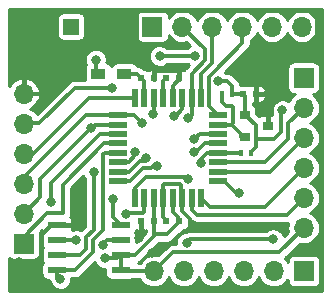
<source format=gbl>
G04 #@! TF.GenerationSoftware,KiCad,Pcbnew,no-vcs-found-342f28f~58~ubuntu16.04.1*
G04 #@! TF.CreationDate,2017-05-04T11:09:12+03:00*
G04 #@! TF.ProjectId,minimal_node_rfm69w,6D696E696D616C5F6E6F64655F72666D,rev?*
G04 #@! TF.FileFunction,Copper,L2,Bot,Signal*
G04 #@! TF.FilePolarity,Positive*
%FSLAX46Y46*%
G04 Gerber Fmt 4.6, Leading zero omitted, Abs format (unit mm)*
G04 Created by KiCad (PCBNEW no-vcs-found-342f28f~58~ubuntu16.04.1) date Thu May  4 11:09:12 2017*
%MOMM*%
%LPD*%
G01*
G04 APERTURE LIST*
%ADD10C,0.100000*%
%ADD11C,0.800000*%
%ADD12R,1.350000X1.350000*%
%ADD13R,0.600000X0.500000*%
%ADD14R,1.700000X1.700000*%
%ADD15O,1.700000X1.700000*%
%ADD16R,1.200000X0.900000*%
%ADD17R,0.400000X0.600000*%
%ADD18R,1.550000X0.600000*%
%ADD19R,1.600000X0.550000*%
%ADD20R,0.550000X1.600000*%
%ADD21R,0.900000X0.800000*%
%ADD22C,0.350000*%
%ADD23C,0.254000*%
G04 APERTURE END LIST*
D10*
D11*
X136750000Y-71250000D03*
X136750000Y-70250000D03*
X138750000Y-72250000D03*
X137750000Y-72250000D03*
X136750000Y-72250000D03*
X139000000Y-50500000D03*
X139000000Y-53500000D03*
X139000000Y-51500000D03*
X139000000Y-52500000D03*
X139000000Y-49500000D03*
X143000000Y-72250000D03*
X145000000Y-72250000D03*
X144000000Y-72250000D03*
X145000000Y-50500000D03*
X144000000Y-49500000D03*
X145000000Y-51500000D03*
X144000000Y-51500000D03*
X145000000Y-49500000D03*
X144000000Y-50500000D03*
X138000000Y-53500000D03*
X137000000Y-53500000D03*
X138000000Y-52500000D03*
X137000000Y-52500000D03*
X138000000Y-51500000D03*
X137000000Y-51500000D03*
X138000000Y-50500000D03*
X137000000Y-50500000D03*
X138000000Y-49500000D03*
X137000000Y-49500000D03*
D12*
X141200000Y-50300000D03*
D13*
X147150000Y-66800000D03*
X148250000Y-66800000D03*
X147150000Y-54700000D03*
X148250000Y-54700000D03*
X149250000Y-66800000D03*
X150350000Y-66800000D03*
X149250000Y-54700000D03*
X150350000Y-54700000D03*
X155750000Y-56000000D03*
X156850000Y-56000000D03*
D14*
X137200000Y-68680000D03*
D15*
X137200000Y-66140000D03*
X137200000Y-63600000D03*
X137200000Y-61060000D03*
X137200000Y-58520000D03*
X137200000Y-55980000D03*
D14*
X160900000Y-54640000D03*
D15*
X160900000Y-57180000D03*
X160900000Y-59720000D03*
X160900000Y-62260000D03*
X160900000Y-64800000D03*
X160900000Y-67340000D03*
X148220000Y-71000000D03*
X150760000Y-71000000D03*
X153300000Y-71000000D03*
X155840000Y-71000000D03*
X158380000Y-71000000D03*
D14*
X160920000Y-71000000D03*
D15*
X160780000Y-50300000D03*
X158240000Y-50300000D03*
X155700000Y-50300000D03*
X153160000Y-50300000D03*
X150620000Y-50300000D03*
D14*
X148080000Y-50300000D03*
D16*
X143500000Y-54300000D03*
X145700000Y-54300000D03*
D17*
X154850000Y-56000000D03*
X153950000Y-56000000D03*
X155550000Y-61000000D03*
X156450000Y-61000000D03*
D18*
X145400000Y-70905000D03*
X145400000Y-69635000D03*
X145400000Y-68365000D03*
X145400000Y-67095000D03*
X140000000Y-67095000D03*
X140000000Y-68365000D03*
X140000000Y-69635000D03*
X140000000Y-70905000D03*
D19*
X153650000Y-63400000D03*
X153650000Y-62600000D03*
X153650000Y-61800000D03*
X153650000Y-61000000D03*
X153650000Y-60200000D03*
X153650000Y-59400000D03*
X153650000Y-58600000D03*
X153650000Y-57800000D03*
D20*
X152200000Y-56350000D03*
X151400000Y-56350000D03*
X150600000Y-56350000D03*
X149800000Y-56350000D03*
X149000000Y-56350000D03*
X148200000Y-56350000D03*
X147400000Y-56350000D03*
X146600000Y-56350000D03*
D19*
X145150000Y-57800000D03*
X145150000Y-58600000D03*
X145150000Y-59400000D03*
X145150000Y-60200000D03*
X145150000Y-61000000D03*
X145150000Y-61800000D03*
X145150000Y-62600000D03*
X145150000Y-63400000D03*
D20*
X146600000Y-64850000D03*
X147400000Y-64850000D03*
X148200000Y-64850000D03*
X149000000Y-64850000D03*
X149800000Y-64850000D03*
X150600000Y-64850000D03*
X151400000Y-64850000D03*
X152200000Y-64850000D03*
D21*
X157900000Y-58700000D03*
X155900000Y-57750000D03*
X155900000Y-59650000D03*
D11*
X137800000Y-71300000D03*
X146914509Y-68181251D03*
X148015395Y-69468109D03*
X158800000Y-55200000D03*
X141649977Y-68400000D03*
X144064341Y-69914665D03*
X159100000Y-57400000D03*
X153670420Y-54942393D03*
X151700000Y-52800000D03*
X148700000Y-52800000D03*
X143300000Y-53100000D03*
X144750009Y-64940038D03*
X142919061Y-58900000D03*
X147200004Y-58500000D03*
X143099985Y-62600000D03*
X143900000Y-68800000D03*
X148100000Y-57700000D03*
X144700000Y-55500000D03*
X151606517Y-60891234D03*
X146650012Y-60917797D03*
X147571123Y-61474990D03*
X148503778Y-62102362D03*
X151137955Y-63186877D03*
X151000000Y-68600004D03*
X158300000Y-68300000D03*
X145855654Y-66144998D03*
X151645326Y-59841948D03*
X152158450Y-61846671D03*
X151133893Y-58022757D03*
X149901124Y-57850012D03*
X140300000Y-71674990D03*
X139500000Y-65200000D03*
X155400000Y-64400000D03*
D22*
X138700000Y-70400000D02*
X137800000Y-71300000D01*
X138700000Y-67920000D02*
X138700000Y-70400000D01*
X139525000Y-67095000D02*
X138700000Y-67920000D01*
X140000000Y-67095000D02*
X139525000Y-67095000D01*
X150350000Y-54700000D02*
X150350000Y-54100000D01*
X150350000Y-54100000D02*
X150274999Y-54024999D01*
X150274999Y-54024999D02*
X148275001Y-54024999D01*
X148275001Y-54024999D02*
X148250000Y-54050000D01*
X148250000Y-54050000D02*
X148250000Y-54100000D01*
X150600000Y-64850000D02*
X150600000Y-65890002D01*
X150600000Y-65890002D02*
X151300000Y-66590002D01*
X151300000Y-66590002D02*
X151300000Y-67574999D01*
X151300000Y-67574999D02*
X150725001Y-67574999D01*
X150725001Y-67574999D02*
X148831891Y-69468109D01*
X148831891Y-69468109D02*
X148015395Y-69468109D01*
X147150000Y-67945760D02*
X146914509Y-68181251D01*
X147150000Y-66800000D02*
X147150000Y-67945760D01*
X158800000Y-55200000D02*
X158800000Y-54274998D01*
X148250000Y-54100000D02*
X148250000Y-54700000D01*
X158800000Y-54274998D02*
X162055001Y-51019997D01*
X161392001Y-49024999D02*
X146889999Y-49024999D01*
X162055001Y-51019997D02*
X162055001Y-49687999D01*
X162055001Y-49687999D02*
X161392001Y-49024999D01*
X146889999Y-49024999D02*
X146804999Y-49109999D01*
X146804999Y-49109999D02*
X146804999Y-52654999D01*
X146804999Y-52654999D02*
X148250000Y-54100000D01*
X149800000Y-56350000D02*
X149800000Y-55309998D01*
X149800000Y-55309998D02*
X150350000Y-54759998D01*
X150350000Y-54759998D02*
X150350000Y-54700000D01*
X149075001Y-63624999D02*
X149000000Y-63700000D01*
X150600000Y-64850000D02*
X150500001Y-64850000D01*
X150500001Y-64850000D02*
X150500001Y-63709999D01*
X149000000Y-63700000D02*
X149000000Y-64850000D01*
X150500001Y-63709999D02*
X150415001Y-63624999D01*
X150415001Y-63624999D02*
X149075001Y-63624999D01*
X149000000Y-64850000D02*
X149000000Y-66450000D01*
X149000000Y-66450000D02*
X149350000Y-66800000D01*
X159100000Y-57400000D02*
X159000000Y-57500000D01*
X159000000Y-57500000D02*
X159000000Y-59215002D01*
X158415002Y-59800000D02*
X156825001Y-59800000D01*
X159000000Y-59215002D02*
X158415002Y-59800000D01*
X145400000Y-69635000D02*
X145120335Y-69914665D01*
X141614977Y-68365000D02*
X141649977Y-68400000D01*
X145120335Y-69914665D02*
X144630026Y-69914665D01*
X144630026Y-69914665D02*
X144064341Y-69914665D01*
X140000000Y-68365000D02*
X141614977Y-68365000D01*
X149800000Y-64850000D02*
X149800000Y-66000000D01*
X149800000Y-66000000D02*
X150255467Y-66455467D01*
X150255467Y-66455467D02*
X150255467Y-66974988D01*
X150255467Y-66974988D02*
X149330455Y-67900000D01*
X149330455Y-67900000D02*
X148350000Y-67900000D01*
X148350000Y-67900000D02*
X148250000Y-67800000D01*
X151396006Y-69425002D02*
X158814998Y-69425002D01*
X151396002Y-69425006D02*
X151396006Y-69425002D01*
X149794994Y-69425006D02*
X151396002Y-69425006D01*
X148220000Y-71000000D02*
X149794994Y-69425006D01*
X158814998Y-69425002D02*
X160900000Y-67340000D01*
X156825001Y-60524999D02*
X156825001Y-59800000D01*
X156825001Y-59800000D02*
X156825001Y-58625001D01*
X148250000Y-68012502D02*
X148250000Y-67800000D01*
X145400000Y-69635000D02*
X146627502Y-69635000D01*
X146627502Y-69635000D02*
X148250000Y-68012502D01*
X156825001Y-58625001D02*
X155950000Y-57750000D01*
X153670420Y-54942393D02*
X154442393Y-54942393D01*
X154442393Y-54942393D02*
X154850000Y-55350000D01*
X154850000Y-55350000D02*
X154850000Y-56000000D01*
X148700000Y-52800000D02*
X151700000Y-52800000D01*
X148250000Y-67800000D02*
X148250000Y-66800000D01*
X143300000Y-53100000D02*
X143300000Y-54100000D01*
X143300000Y-54100000D02*
X143500000Y-54300000D01*
X148220000Y-71000000D02*
X145495000Y-71000000D01*
X145495000Y-71000000D02*
X145400000Y-70905000D01*
X145400000Y-70905000D02*
X145400000Y-69635000D01*
X156450000Y-61000000D02*
X156450000Y-60900000D01*
X156450000Y-60900000D02*
X156825001Y-60524999D01*
X155950000Y-57750000D02*
X155900000Y-57750000D01*
X154850000Y-56000000D02*
X155750000Y-56000000D01*
X155900000Y-57750000D02*
X155900000Y-56150000D01*
X155900000Y-56150000D02*
X155750000Y-56000000D01*
X148250000Y-66800000D02*
X148250000Y-64900000D01*
X148250000Y-64900000D02*
X148200000Y-64850000D01*
X145700000Y-54300000D02*
X146750000Y-54300000D01*
X146750000Y-54300000D02*
X147150000Y-54700000D01*
X147400000Y-56350000D02*
X147400000Y-54950000D01*
X147400000Y-54950000D02*
X147150000Y-54700000D01*
X149000000Y-56350000D02*
X149000000Y-54950000D01*
X149000000Y-54950000D02*
X149250000Y-54700000D01*
X137200000Y-68101002D02*
X137200000Y-68680000D01*
X140491097Y-66100000D02*
X139201002Y-66100000D01*
X144000000Y-60200000D02*
X140517804Y-63682196D01*
X145150000Y-60200000D02*
X144000000Y-60200000D01*
X139201002Y-66100000D02*
X137200000Y-68101002D01*
X140517804Y-63682196D02*
X140517804Y-66073293D01*
X140517804Y-66073293D02*
X140491097Y-66100000D01*
X142919061Y-58900000D02*
X142900000Y-58900000D01*
X142900000Y-58900000D02*
X138599978Y-63200022D01*
X138599978Y-63200022D02*
X138599978Y-64740022D01*
X138599978Y-64740022D02*
X137200000Y-66140000D01*
X144750009Y-66445009D02*
X144750009Y-64940038D01*
X145400000Y-67095000D02*
X144750009Y-66445009D01*
X145150000Y-58600000D02*
X143219061Y-58600000D01*
X143219061Y-58600000D02*
X142919061Y-58900000D01*
X146500004Y-57800000D02*
X147200004Y-58500000D01*
X145150000Y-57800000D02*
X146500004Y-57800000D01*
X143099985Y-67530468D02*
X143099985Y-62600000D01*
X140000000Y-69635000D02*
X141986004Y-69635000D01*
X142474987Y-69146017D02*
X142474987Y-68155466D01*
X142474987Y-68155466D02*
X143099985Y-67530468D01*
X141986004Y-69635000D02*
X142474987Y-69146017D01*
X145150000Y-57800000D02*
X142480746Y-57800000D01*
X142480746Y-57800000D02*
X137200000Y-63080746D01*
X137200000Y-63080746D02*
X137200000Y-63600000D01*
X137200000Y-61060000D02*
X137240000Y-61100000D01*
X137240000Y-61100000D02*
X137943294Y-61100000D01*
X137943294Y-61100000D02*
X142693294Y-56350000D01*
X142693294Y-56350000D02*
X146600000Y-56350000D01*
X143900000Y-68740000D02*
X143900000Y-68800000D01*
X144275000Y-68365000D02*
X143900000Y-68740000D01*
X145400000Y-68365000D02*
X144275000Y-68365000D01*
X137200000Y-58520000D02*
X137220000Y-58500000D01*
X137220000Y-58500000D02*
X138500000Y-58500000D01*
X138500000Y-58500000D02*
X141500000Y-55500000D01*
X141500000Y-55500000D02*
X144700000Y-55500000D01*
X148200000Y-57600000D02*
X148100000Y-57700000D01*
X148200000Y-56350000D02*
X148200000Y-57600000D01*
X151808766Y-60891234D02*
X151606517Y-60891234D01*
X153650000Y-60200000D02*
X152500000Y-60200000D01*
X152500000Y-60200000D02*
X151808766Y-60891234D01*
X153650000Y-61800000D02*
X157600000Y-61800000D01*
X157600000Y-61800000D02*
X159600000Y-59800000D01*
X159600000Y-59800000D02*
X159600000Y-58480000D01*
X159600000Y-58480000D02*
X160900000Y-57180000D01*
X153650000Y-61800000D02*
X153699999Y-61750001D01*
X160900000Y-57280746D02*
X160900000Y-57180000D01*
X160900000Y-59720000D02*
X158020000Y-62600000D01*
X158020000Y-62600000D02*
X153650000Y-62600000D01*
X160900000Y-59720000D02*
X160900000Y-60300000D01*
X153699999Y-62649999D02*
X153650000Y-62600000D01*
X157584999Y-65575001D02*
X152925001Y-65575001D01*
X160900000Y-62260000D02*
X157584999Y-65575001D01*
X152925001Y-65575001D02*
X152200000Y-64850000D01*
X160900000Y-64800000D02*
X159474989Y-66225011D01*
X159474989Y-66225011D02*
X151825011Y-66225011D01*
X151825011Y-66225011D02*
X151400000Y-65800000D01*
X151400000Y-65800000D02*
X151400000Y-64850000D01*
X145150000Y-61800000D02*
X146064369Y-61800000D01*
X146064369Y-61800000D02*
X146650012Y-61214357D01*
X146650012Y-61214357D02*
X146650012Y-60917797D01*
X147346124Y-61699989D02*
X147571123Y-61474990D01*
X145150000Y-62600000D02*
X146112912Y-62600000D01*
X146112912Y-62600000D02*
X147012923Y-61699989D01*
X147012923Y-61699989D02*
X147346124Y-61699989D01*
X147967124Y-62299991D02*
X148164753Y-62102362D01*
X146161455Y-63400000D02*
X147261464Y-62299991D01*
X147261464Y-62299991D02*
X147967124Y-62299991D01*
X145150000Y-63400000D02*
X146161455Y-63400000D01*
X148164753Y-62102362D02*
X148503778Y-62102362D01*
X145150000Y-63400000D02*
X145199999Y-63350001D01*
X150976066Y-63024988D02*
X151137955Y-63186877D01*
X147523555Y-63024988D02*
X150976066Y-63024988D01*
X146600000Y-63948543D02*
X147523555Y-63024988D01*
X146600000Y-64850000D02*
X146600000Y-63948543D01*
X151300004Y-68300000D02*
X151000000Y-68600004D01*
X158300000Y-68300000D02*
X151300004Y-68300000D01*
X147324999Y-66075001D02*
X145925651Y-66075001D01*
X145925651Y-66075001D02*
X145855654Y-66144998D01*
X147400000Y-64850000D02*
X147400000Y-66000000D01*
X147400000Y-66000000D02*
X147324999Y-66075001D01*
X152087274Y-59400000D02*
X151645326Y-59841948D01*
X153650000Y-59400000D02*
X152087274Y-59400000D01*
X152158450Y-61540760D02*
X152158450Y-61846671D01*
X153650000Y-61000000D02*
X152699210Y-61000000D01*
X152699210Y-61000000D02*
X152158450Y-61540760D01*
X155550000Y-61000000D02*
X153650000Y-61000000D01*
X153650000Y-61000000D02*
X153700000Y-61050000D01*
X155700000Y-51691814D02*
X155700000Y-50300000D01*
X152845419Y-55338394D02*
X152845419Y-54546392D01*
X152845419Y-54546392D02*
X153274420Y-54117392D01*
X152900001Y-55392976D02*
X152845419Y-55338394D01*
X152900001Y-57050001D02*
X152900001Y-55392976D01*
X153650000Y-57800000D02*
X152900001Y-57050001D01*
X153274420Y-54117392D02*
X155700000Y-51691814D01*
X153160000Y-53383278D02*
X153160000Y-50300000D01*
X152200000Y-54343278D02*
X153160000Y-53383278D01*
X152200000Y-56350000D02*
X152200000Y-54343278D01*
X152525002Y-53169733D02*
X152525002Y-52205002D01*
X152525002Y-52205002D02*
X150620000Y-50300000D01*
X151400000Y-56350000D02*
X151400000Y-54294735D01*
X151400000Y-54294735D02*
X152525002Y-53169733D01*
X151400000Y-57756650D02*
X151133893Y-58022757D01*
X151400000Y-56350000D02*
X151400000Y-57756650D01*
X150600000Y-57304996D02*
X150054984Y-57850012D01*
X150054984Y-57850012D02*
X149901124Y-57850012D01*
X150600000Y-56350000D02*
X150600000Y-57304996D01*
X141564547Y-70905000D02*
X140000000Y-70905000D01*
X143074998Y-69394549D02*
X141564547Y-70905000D01*
X143924999Y-67553997D02*
X143074998Y-68403998D01*
X143924999Y-61123543D02*
X143924999Y-67553997D01*
X145150000Y-61000000D02*
X144048542Y-61000000D01*
X143074998Y-68403998D02*
X143074998Y-69394549D01*
X144048542Y-61000000D02*
X143924999Y-61123543D01*
X140000000Y-70905000D02*
X140000000Y-71555000D01*
X140119990Y-71674990D02*
X140300000Y-71674990D01*
X140000000Y-71555000D02*
X140119990Y-71674990D01*
X153950000Y-56000000D02*
X153950000Y-56650000D01*
X153950000Y-56650000D02*
X154349999Y-57049999D01*
X154925001Y-58474999D02*
X154800000Y-58600000D01*
X154349999Y-57049999D02*
X154830001Y-57049999D01*
X154830001Y-57049999D02*
X154925001Y-57144999D01*
X154925001Y-57144999D02*
X154925001Y-58474999D01*
X153650000Y-58600000D02*
X154800000Y-58600000D01*
X154800000Y-58600000D02*
X155600000Y-59400000D01*
X155600000Y-59400000D02*
X155600000Y-59650000D01*
X139500000Y-63545106D02*
X139500000Y-65200000D01*
X145150000Y-59400000D02*
X143645106Y-59400000D01*
X143645106Y-59400000D02*
X139500000Y-63545106D01*
X155175000Y-64400000D02*
X155400000Y-64400000D01*
X154175000Y-63400000D02*
X155175000Y-64400000D01*
X153650000Y-63400000D02*
X154175000Y-63400000D01*
D23*
G36*
X162403929Y-48780152D02*
X162407711Y-48781294D01*
X162411197Y-48783148D01*
X162414258Y-48785644D01*
X162416772Y-48788683D01*
X162418652Y-48792160D01*
X162419820Y-48795933D01*
X162423000Y-48826190D01*
X162423000Y-72671781D01*
X162419848Y-72703929D01*
X162418706Y-72707711D01*
X162416852Y-72711197D01*
X162414356Y-72714258D01*
X162411316Y-72716773D01*
X162407841Y-72718652D01*
X162404067Y-72719820D01*
X162373810Y-72723000D01*
X136028219Y-72723000D01*
X135996071Y-72719848D01*
X135992289Y-72718706D01*
X135988803Y-72716852D01*
X135985742Y-72714356D01*
X135983227Y-72711316D01*
X135981348Y-72707841D01*
X135980180Y-72704067D01*
X135977000Y-72673810D01*
X135977000Y-69905636D01*
X136055798Y-69970304D01*
X136147350Y-70019239D01*
X136246690Y-70049374D01*
X136350000Y-70059549D01*
X138050000Y-70059549D01*
X138153310Y-70049374D01*
X138252650Y-70019239D01*
X138344202Y-69970304D01*
X138424448Y-69904448D01*
X138490304Y-69824202D01*
X138539239Y-69732650D01*
X138569374Y-69633310D01*
X138579549Y-69530000D01*
X138579549Y-67830000D01*
X138569374Y-67726690D01*
X138568842Y-67724938D01*
X138726104Y-67567676D01*
X138757979Y-67644628D01*
X138815652Y-67730943D01*
X138816614Y-67731905D01*
X138784696Y-67770798D01*
X138735761Y-67862350D01*
X138705626Y-67961690D01*
X138695451Y-68065000D01*
X138695451Y-68665000D01*
X138705626Y-68768310D01*
X138735761Y-68867650D01*
X138784696Y-68959202D01*
X138818178Y-69000000D01*
X138784696Y-69040798D01*
X138735761Y-69132350D01*
X138705626Y-69231690D01*
X138695451Y-69335000D01*
X138695451Y-69935000D01*
X138705626Y-70038310D01*
X138735761Y-70137650D01*
X138784696Y-70229202D01*
X138818178Y-70270000D01*
X138784696Y-70310798D01*
X138735761Y-70402350D01*
X138705626Y-70501690D01*
X138695451Y-70605000D01*
X138695451Y-71205000D01*
X138705626Y-71308310D01*
X138735761Y-71407650D01*
X138784696Y-71499202D01*
X138850552Y-71579448D01*
X138930798Y-71645304D01*
X139022350Y-71694239D01*
X139121690Y-71724374D01*
X139225000Y-71734549D01*
X139324411Y-71734549D01*
X139330111Y-71753428D01*
X139348203Y-71815700D01*
X139349903Y-71818979D01*
X139350969Y-71822511D01*
X139381401Y-71879745D01*
X139402541Y-71920530D01*
X139404599Y-71931742D01*
X139471522Y-72100770D01*
X139570001Y-72253580D01*
X139696286Y-72384352D01*
X139845566Y-72488104D01*
X140012155Y-72560885D01*
X140189708Y-72599922D01*
X140371463Y-72603730D01*
X140550495Y-72572161D01*
X140719986Y-72506420D01*
X140873479Y-72409010D01*
X141005130Y-72283641D01*
X141109921Y-72135089D01*
X141183864Y-71969012D01*
X141224140Y-71791736D01*
X141226719Y-71607000D01*
X141564547Y-71607000D01*
X141629064Y-71600674D01*
X141693681Y-71595021D01*
X141697225Y-71593991D01*
X141700900Y-71593631D01*
X141762975Y-71574889D01*
X141825247Y-71556797D01*
X141828526Y-71555097D01*
X141832058Y-71554031D01*
X141889292Y-71523599D01*
X141946884Y-71493747D01*
X141949769Y-71491444D01*
X141953028Y-71489711D01*
X142003261Y-71448742D01*
X142053958Y-71408271D01*
X142059095Y-71403204D01*
X142059200Y-71403119D01*
X142059280Y-71403022D01*
X142060936Y-71401389D01*
X143203534Y-70258791D01*
X143235863Y-70340445D01*
X143334342Y-70493255D01*
X143460627Y-70624027D01*
X143609907Y-70727779D01*
X143776496Y-70800560D01*
X143954049Y-70839597D01*
X144095451Y-70842560D01*
X144095451Y-71205000D01*
X144105626Y-71308310D01*
X144135761Y-71407650D01*
X144184696Y-71499202D01*
X144250552Y-71579448D01*
X144330798Y-71645304D01*
X144422350Y-71694239D01*
X144521690Y-71724374D01*
X144625000Y-71734549D01*
X146175000Y-71734549D01*
X146278310Y-71724374D01*
X146352066Y-71702000D01*
X147037611Y-71702000D01*
X147073067Y-71768683D01*
X147242921Y-71976944D01*
X147449991Y-72148248D01*
X147686391Y-72276069D01*
X147943116Y-72355538D01*
X148210387Y-72383629D01*
X148478024Y-72359273D01*
X148735833Y-72283395D01*
X148973995Y-72158887D01*
X149183436Y-71990492D01*
X149356181Y-71784623D01*
X149485649Y-71549121D01*
X149489638Y-71536546D01*
X149613067Y-71768683D01*
X149782921Y-71976944D01*
X149989991Y-72148248D01*
X150226391Y-72276069D01*
X150483116Y-72355538D01*
X150750387Y-72383629D01*
X151018024Y-72359273D01*
X151275833Y-72283395D01*
X151513995Y-72158887D01*
X151723436Y-71990492D01*
X151896181Y-71784623D01*
X152025649Y-71549121D01*
X152029638Y-71536546D01*
X152153067Y-71768683D01*
X152322921Y-71976944D01*
X152529991Y-72148248D01*
X152766391Y-72276069D01*
X153023116Y-72355538D01*
X153290387Y-72383629D01*
X153558024Y-72359273D01*
X153815833Y-72283395D01*
X154053995Y-72158887D01*
X154263436Y-71990492D01*
X154436181Y-71784623D01*
X154565649Y-71549121D01*
X154569638Y-71536546D01*
X154693067Y-71768683D01*
X154862921Y-71976944D01*
X155069991Y-72148248D01*
X155306391Y-72276069D01*
X155563116Y-72355538D01*
X155830387Y-72383629D01*
X156098024Y-72359273D01*
X156355833Y-72283395D01*
X156593995Y-72158887D01*
X156803436Y-71990492D01*
X156976181Y-71784623D01*
X157105649Y-71549121D01*
X157109638Y-71536546D01*
X157233067Y-71768683D01*
X157402921Y-71976944D01*
X157609991Y-72148248D01*
X157846391Y-72276069D01*
X158103116Y-72355538D01*
X158370387Y-72383629D01*
X158638024Y-72359273D01*
X158895833Y-72283395D01*
X159133995Y-72158887D01*
X159343436Y-71990492D01*
X159516181Y-71784623D01*
X159540451Y-71740476D01*
X159540451Y-71850000D01*
X159550626Y-71953310D01*
X159580761Y-72052650D01*
X159629696Y-72144202D01*
X159695552Y-72224448D01*
X159775798Y-72290304D01*
X159867350Y-72339239D01*
X159966690Y-72369374D01*
X160070000Y-72379549D01*
X161770000Y-72379549D01*
X161873310Y-72369374D01*
X161972650Y-72339239D01*
X162064202Y-72290304D01*
X162144448Y-72224448D01*
X162210304Y-72144202D01*
X162259239Y-72052650D01*
X162289374Y-71953310D01*
X162299549Y-71850000D01*
X162299549Y-70150000D01*
X162289374Y-70046690D01*
X162259239Y-69947350D01*
X162210304Y-69855798D01*
X162144448Y-69775552D01*
X162064202Y-69709696D01*
X161972650Y-69660761D01*
X161873310Y-69630626D01*
X161770000Y-69620451D01*
X160070000Y-69620451D01*
X159966690Y-69630626D01*
X159867350Y-69660761D01*
X159775798Y-69709696D01*
X159695552Y-69775552D01*
X159629696Y-69855798D01*
X159580761Y-69947350D01*
X159550626Y-70046690D01*
X159540451Y-70150000D01*
X159540451Y-70256741D01*
X159526933Y-70231317D01*
X159357079Y-70023056D01*
X159272906Y-69953422D01*
X159304409Y-69928273D01*
X159309546Y-69923206D01*
X159309651Y-69923121D01*
X159309731Y-69923024D01*
X159311387Y-69921391D01*
X160560601Y-68672177D01*
X160607043Y-68686909D01*
X160874111Y-68716866D01*
X160893337Y-68717000D01*
X160906663Y-68717000D01*
X161174124Y-68690775D01*
X161431397Y-68613100D01*
X161668683Y-68486933D01*
X161876944Y-68317079D01*
X162048248Y-68110009D01*
X162176069Y-67873609D01*
X162255538Y-67616884D01*
X162283629Y-67349613D01*
X162259273Y-67081976D01*
X162183395Y-66824167D01*
X162058887Y-66586005D01*
X161890492Y-66376564D01*
X161684623Y-66203819D01*
X161449121Y-66074351D01*
X161436546Y-66070362D01*
X161668683Y-65946933D01*
X161876944Y-65777079D01*
X162048248Y-65570009D01*
X162176069Y-65333609D01*
X162255538Y-65076884D01*
X162283629Y-64809613D01*
X162259273Y-64541976D01*
X162183395Y-64284167D01*
X162058887Y-64046005D01*
X161890492Y-63836564D01*
X161684623Y-63663819D01*
X161449121Y-63534351D01*
X161436546Y-63530362D01*
X161668683Y-63406933D01*
X161876944Y-63237079D01*
X162048248Y-63030009D01*
X162176069Y-62793609D01*
X162255538Y-62536884D01*
X162283629Y-62269613D01*
X162259273Y-62001976D01*
X162183395Y-61744167D01*
X162058887Y-61506005D01*
X161890492Y-61296564D01*
X161684623Y-61123819D01*
X161449121Y-60994351D01*
X161436546Y-60990362D01*
X161668683Y-60866933D01*
X161876944Y-60697079D01*
X162048248Y-60490009D01*
X162176069Y-60253609D01*
X162255538Y-59996884D01*
X162283629Y-59729613D01*
X162259273Y-59461976D01*
X162183395Y-59204167D01*
X162058887Y-58966005D01*
X161890492Y-58756564D01*
X161684623Y-58583819D01*
X161449121Y-58454351D01*
X161436546Y-58450362D01*
X161668683Y-58326933D01*
X161876944Y-58157079D01*
X162048248Y-57950009D01*
X162176069Y-57713609D01*
X162255538Y-57456884D01*
X162283629Y-57189613D01*
X162259273Y-56921976D01*
X162183395Y-56664167D01*
X162058887Y-56426005D01*
X161890492Y-56216564D01*
X161684623Y-56043819D01*
X161640476Y-56019549D01*
X161750000Y-56019549D01*
X161853310Y-56009374D01*
X161952650Y-55979239D01*
X162044202Y-55930304D01*
X162124448Y-55864448D01*
X162190304Y-55784202D01*
X162239239Y-55692650D01*
X162269374Y-55593310D01*
X162279549Y-55490000D01*
X162279549Y-53790000D01*
X162269374Y-53686690D01*
X162239239Y-53587350D01*
X162190304Y-53495798D01*
X162124448Y-53415552D01*
X162044202Y-53349696D01*
X161952650Y-53300761D01*
X161853310Y-53270626D01*
X161750000Y-53260451D01*
X160050000Y-53260451D01*
X159946690Y-53270626D01*
X159847350Y-53300761D01*
X159755798Y-53349696D01*
X159675552Y-53415552D01*
X159609696Y-53495798D01*
X159560761Y-53587350D01*
X159530626Y-53686690D01*
X159520451Y-53790000D01*
X159520451Y-55490000D01*
X159530626Y-55593310D01*
X159560761Y-55692650D01*
X159609696Y-55784202D01*
X159675552Y-55864448D01*
X159755798Y-55930304D01*
X159847350Y-55979239D01*
X159946690Y-56009374D01*
X160050000Y-56019549D01*
X160156741Y-56019549D01*
X160131317Y-56033067D01*
X159923056Y-56202921D01*
X159751752Y-56409991D01*
X159628371Y-56638179D01*
X159543037Y-56580621D01*
X159375448Y-56510173D01*
X159197367Y-56473618D01*
X159015577Y-56472349D01*
X158837003Y-56506413D01*
X158668447Y-56574515D01*
X158516328Y-56674058D01*
X158386441Y-56801253D01*
X158283733Y-56951254D01*
X158212117Y-57118347D01*
X158174320Y-57296168D01*
X158171782Y-57477945D01*
X158204599Y-57656752D01*
X158250625Y-57773000D01*
X158104750Y-57773000D01*
X157973000Y-57904750D01*
X157973000Y-58627000D01*
X157993000Y-58627000D01*
X157993000Y-58773000D01*
X157973000Y-58773000D01*
X157973000Y-58793000D01*
X157827000Y-58793000D01*
X157827000Y-58773000D01*
X157807000Y-58773000D01*
X157807000Y-58627000D01*
X157827000Y-58627000D01*
X157827000Y-57904750D01*
X157695250Y-57773000D01*
X157398095Y-57773000D01*
X157296280Y-57793252D01*
X157200372Y-57832979D01*
X157114057Y-57890652D01*
X157098744Y-57905966D01*
X156879549Y-57686771D01*
X156879549Y-57350000D01*
X156869374Y-57246690D01*
X156839239Y-57147350D01*
X156790304Y-57055798D01*
X156724448Y-56975552D01*
X156644202Y-56909696D01*
X156602000Y-56887139D01*
X156602000Y-56777000D01*
X156645250Y-56777000D01*
X156777000Y-56645250D01*
X156777000Y-56073000D01*
X156923000Y-56073000D01*
X156923000Y-56645250D01*
X157054750Y-56777000D01*
X157201905Y-56777000D01*
X157303720Y-56756748D01*
X157399628Y-56717021D01*
X157485943Y-56659348D01*
X157559348Y-56585943D01*
X157617021Y-56499628D01*
X157656748Y-56403720D01*
X157677000Y-56301905D01*
X157677000Y-56204750D01*
X157545250Y-56073000D01*
X156923000Y-56073000D01*
X156777000Y-56073000D01*
X156757000Y-56073000D01*
X156757000Y-55927000D01*
X156777000Y-55927000D01*
X156777000Y-55354750D01*
X156923000Y-55354750D01*
X156923000Y-55927000D01*
X157545250Y-55927000D01*
X157677000Y-55795250D01*
X157677000Y-55698095D01*
X157656748Y-55596280D01*
X157617021Y-55500372D01*
X157559348Y-55414057D01*
X157485943Y-55340652D01*
X157399628Y-55282979D01*
X157303720Y-55243252D01*
X157201905Y-55223000D01*
X157054750Y-55223000D01*
X156923000Y-55354750D01*
X156777000Y-55354750D01*
X156645250Y-55223000D01*
X156498095Y-55223000D01*
X156396280Y-55243252D01*
X156300372Y-55282979D01*
X156297637Y-55284807D01*
X156252650Y-55260761D01*
X156153310Y-55230626D01*
X156050000Y-55220451D01*
X155539900Y-55220451D01*
X155538991Y-55217322D01*
X155538631Y-55213647D01*
X155519893Y-55151585D01*
X155501797Y-55089299D01*
X155500097Y-55086019D01*
X155499031Y-55082489D01*
X155468609Y-55025273D01*
X155438747Y-54967663D01*
X155436444Y-54964778D01*
X155434711Y-54961519D01*
X155393732Y-54911274D01*
X155353271Y-54860589D01*
X155348204Y-54855452D01*
X155348119Y-54855347D01*
X155348022Y-54855267D01*
X155346389Y-54853611D01*
X154938782Y-54446004D01*
X154888664Y-54404836D01*
X154839000Y-54363163D01*
X154835768Y-54361386D01*
X154832913Y-54359041D01*
X154775755Y-54328394D01*
X154718940Y-54297160D01*
X154715419Y-54296043D01*
X154712168Y-54294300D01*
X154650169Y-54275344D01*
X154588347Y-54255733D01*
X154584681Y-54255322D01*
X154581149Y-54254242D01*
X154516622Y-54247688D01*
X154452194Y-54240461D01*
X154444981Y-54240411D01*
X154444844Y-54240397D01*
X154444716Y-54240409D01*
X154442393Y-54240393D01*
X154279784Y-54240393D01*
X154264171Y-54224671D01*
X154201913Y-54182678D01*
X156196389Y-52188203D01*
X156237557Y-52138085D01*
X156279230Y-52088421D01*
X156281007Y-52085189D01*
X156283352Y-52082334D01*
X156313999Y-52025176D01*
X156345233Y-51968361D01*
X156346350Y-51964840D01*
X156348093Y-51961589D01*
X156367049Y-51899590D01*
X156386660Y-51837768D01*
X156387071Y-51834102D01*
X156388151Y-51830570D01*
X156394705Y-51766043D01*
X156401932Y-51701615D01*
X156401982Y-51694402D01*
X156401996Y-51694265D01*
X156401984Y-51694137D01*
X156402000Y-51691814D01*
X156402000Y-51486069D01*
X156453995Y-51458887D01*
X156663436Y-51290492D01*
X156836181Y-51084623D01*
X156965649Y-50849121D01*
X156969638Y-50836546D01*
X157093067Y-51068683D01*
X157262921Y-51276944D01*
X157469991Y-51448248D01*
X157706391Y-51576069D01*
X157963116Y-51655538D01*
X158230387Y-51683629D01*
X158498024Y-51659273D01*
X158755833Y-51583395D01*
X158993995Y-51458887D01*
X159203436Y-51290492D01*
X159376181Y-51084623D01*
X159505649Y-50849121D01*
X159509638Y-50836546D01*
X159633067Y-51068683D01*
X159802921Y-51276944D01*
X160009991Y-51448248D01*
X160246391Y-51576069D01*
X160503116Y-51655538D01*
X160770387Y-51683629D01*
X161038024Y-51659273D01*
X161295833Y-51583395D01*
X161533995Y-51458887D01*
X161743436Y-51290492D01*
X161916181Y-51084623D01*
X162045649Y-50849121D01*
X162126909Y-50592957D01*
X162156866Y-50325889D01*
X162157000Y-50306663D01*
X162157000Y-50293337D01*
X162130775Y-50025876D01*
X162053100Y-49768603D01*
X161926933Y-49531317D01*
X161757079Y-49323056D01*
X161550009Y-49151752D01*
X161313609Y-49023931D01*
X161056884Y-48944462D01*
X160789613Y-48916371D01*
X160521976Y-48940727D01*
X160264167Y-49016605D01*
X160026005Y-49141113D01*
X159816564Y-49309508D01*
X159643819Y-49515377D01*
X159514351Y-49750879D01*
X159510362Y-49763454D01*
X159386933Y-49531317D01*
X159217079Y-49323056D01*
X159010009Y-49151752D01*
X158773609Y-49023931D01*
X158516884Y-48944462D01*
X158249613Y-48916371D01*
X157981976Y-48940727D01*
X157724167Y-49016605D01*
X157486005Y-49141113D01*
X157276564Y-49309508D01*
X157103819Y-49515377D01*
X156974351Y-49750879D01*
X156970362Y-49763454D01*
X156846933Y-49531317D01*
X156677079Y-49323056D01*
X156470009Y-49151752D01*
X156233609Y-49023931D01*
X155976884Y-48944462D01*
X155709613Y-48916371D01*
X155441976Y-48940727D01*
X155184167Y-49016605D01*
X154946005Y-49141113D01*
X154736564Y-49309508D01*
X154563819Y-49515377D01*
X154434351Y-49750879D01*
X154430362Y-49763454D01*
X154306933Y-49531317D01*
X154137079Y-49323056D01*
X153930009Y-49151752D01*
X153693609Y-49023931D01*
X153436884Y-48944462D01*
X153169613Y-48916371D01*
X152901976Y-48940727D01*
X152644167Y-49016605D01*
X152406005Y-49141113D01*
X152196564Y-49309508D01*
X152023819Y-49515377D01*
X151894351Y-49750879D01*
X151890362Y-49763454D01*
X151766933Y-49531317D01*
X151597079Y-49323056D01*
X151390009Y-49151752D01*
X151153609Y-49023931D01*
X150896884Y-48944462D01*
X150629613Y-48916371D01*
X150361976Y-48940727D01*
X150104167Y-49016605D01*
X149866005Y-49141113D01*
X149656564Y-49309508D01*
X149483819Y-49515377D01*
X149459549Y-49559524D01*
X149459549Y-49450000D01*
X149449374Y-49346690D01*
X149419239Y-49247350D01*
X149370304Y-49155798D01*
X149304448Y-49075552D01*
X149224202Y-49009696D01*
X149132650Y-48960761D01*
X149033310Y-48930626D01*
X148930000Y-48920451D01*
X147230000Y-48920451D01*
X147126690Y-48930626D01*
X147027350Y-48960761D01*
X146935798Y-49009696D01*
X146855552Y-49075552D01*
X146789696Y-49155798D01*
X146740761Y-49247350D01*
X146710626Y-49346690D01*
X146700451Y-49450000D01*
X146700451Y-51150000D01*
X146710626Y-51253310D01*
X146740761Y-51352650D01*
X146789696Y-51444202D01*
X146855552Y-51524448D01*
X146935798Y-51590304D01*
X147027350Y-51639239D01*
X147126690Y-51669374D01*
X147230000Y-51679549D01*
X148930000Y-51679549D01*
X149033310Y-51669374D01*
X149132650Y-51639239D01*
X149224202Y-51590304D01*
X149304448Y-51524448D01*
X149370304Y-51444202D01*
X149419239Y-51352650D01*
X149449374Y-51253310D01*
X149459549Y-51150000D01*
X149459549Y-51043259D01*
X149473067Y-51068683D01*
X149642921Y-51276944D01*
X149849991Y-51448248D01*
X150086391Y-51576069D01*
X150343116Y-51655538D01*
X150610387Y-51683629D01*
X150878024Y-51659273D01*
X150961829Y-51634607D01*
X151292157Y-51964935D01*
X151268447Y-51974515D01*
X151116328Y-52074058D01*
X151091879Y-52098000D01*
X149309364Y-52098000D01*
X149293751Y-52082278D01*
X149143037Y-51980621D01*
X148975448Y-51910173D01*
X148797367Y-51873618D01*
X148615577Y-51872349D01*
X148437003Y-51906413D01*
X148268447Y-51974515D01*
X148116328Y-52074058D01*
X147986441Y-52201253D01*
X147883733Y-52351254D01*
X147812117Y-52518347D01*
X147774320Y-52696168D01*
X147771782Y-52877945D01*
X147804599Y-53056752D01*
X147871522Y-53225780D01*
X147970001Y-53378590D01*
X148096286Y-53509362D01*
X148245566Y-53613114D01*
X148412155Y-53685895D01*
X148589708Y-53724932D01*
X148771463Y-53728740D01*
X148950495Y-53697171D01*
X149119986Y-53631430D01*
X149273479Y-53534020D01*
X149307103Y-53502000D01*
X151089177Y-53502000D01*
X151096286Y-53509362D01*
X151153105Y-53548852D01*
X150903611Y-53798346D01*
X150862443Y-53848464D01*
X150820770Y-53898128D01*
X150818993Y-53901360D01*
X150816648Y-53904215D01*
X150796488Y-53941814D01*
X150701905Y-53923000D01*
X150554750Y-53923000D01*
X150423000Y-54054750D01*
X150423000Y-54627000D01*
X150443000Y-54627000D01*
X150443000Y-54773000D01*
X150423000Y-54773000D01*
X150423000Y-54793000D01*
X150277000Y-54793000D01*
X150277000Y-54773000D01*
X150257000Y-54773000D01*
X150257000Y-54627000D01*
X150277000Y-54627000D01*
X150277000Y-54054750D01*
X150145250Y-53923000D01*
X149998095Y-53923000D01*
X149896280Y-53943252D01*
X149800372Y-53982979D01*
X149797637Y-53984807D01*
X149752650Y-53960761D01*
X149653310Y-53930626D01*
X149550000Y-53920451D01*
X148950000Y-53920451D01*
X148846690Y-53930626D01*
X148747350Y-53960761D01*
X148746756Y-53961078D01*
X148703720Y-53943252D01*
X148601905Y-53923000D01*
X148454750Y-53923000D01*
X148323000Y-54054750D01*
X148323000Y-54627000D01*
X148343000Y-54627000D01*
X148343000Y-54709357D01*
X148332951Y-54742224D01*
X148323188Y-54773000D01*
X148323000Y-54773000D01*
X148323000Y-54773594D01*
X148316844Y-54793000D01*
X148177000Y-54793000D01*
X148177000Y-54773000D01*
X148157000Y-54773000D01*
X148157000Y-54627000D01*
X148177000Y-54627000D01*
X148177000Y-54054750D01*
X148045250Y-53923000D01*
X147898095Y-53923000D01*
X147796280Y-53943252D01*
X147700372Y-53982979D01*
X147697637Y-53984807D01*
X147652650Y-53960761D01*
X147553310Y-53930626D01*
X147450000Y-53920451D01*
X147363229Y-53920451D01*
X147246389Y-53803611D01*
X147196271Y-53762443D01*
X147146607Y-53720770D01*
X147143375Y-53718993D01*
X147140520Y-53716648D01*
X147083362Y-53686001D01*
X147026547Y-53654767D01*
X147023026Y-53653650D01*
X147019775Y-53651907D01*
X146957776Y-53632951D01*
X146895954Y-53613340D01*
X146892288Y-53612929D01*
X146888756Y-53611849D01*
X146824229Y-53605295D01*
X146763095Y-53598437D01*
X146740304Y-53555798D01*
X146674448Y-53475552D01*
X146594202Y-53409696D01*
X146502650Y-53360761D01*
X146403310Y-53330626D01*
X146300000Y-53320451D01*
X145100000Y-53320451D01*
X144996690Y-53330626D01*
X144897350Y-53360761D01*
X144805798Y-53409696D01*
X144725552Y-53475552D01*
X144659696Y-53555798D01*
X144610761Y-53647350D01*
X144600000Y-53682824D01*
X144589239Y-53647350D01*
X144540304Y-53555798D01*
X144474448Y-53475552D01*
X144394202Y-53409696D01*
X144302650Y-53360761D01*
X144203310Y-53330626D01*
X144198378Y-53330140D01*
X144224140Y-53216746D01*
X144227039Y-53009103D01*
X144191729Y-52830771D01*
X144122452Y-52662694D01*
X144021849Y-52511274D01*
X143893751Y-52382278D01*
X143743037Y-52280621D01*
X143575448Y-52210173D01*
X143397367Y-52173618D01*
X143215577Y-52172349D01*
X143037003Y-52206413D01*
X142868447Y-52274515D01*
X142716328Y-52374058D01*
X142586441Y-52501253D01*
X142483733Y-52651254D01*
X142412117Y-52818347D01*
X142374320Y-52996168D01*
X142371782Y-53177945D01*
X142404599Y-53356752D01*
X142471522Y-53525780D01*
X142477156Y-53534523D01*
X142459696Y-53555798D01*
X142410761Y-53647350D01*
X142380626Y-53746690D01*
X142370451Y-53850000D01*
X142370451Y-54750000D01*
X142375179Y-54798000D01*
X141500000Y-54798000D01*
X141435483Y-54804326D01*
X141370866Y-54809979D01*
X141367322Y-54811009D01*
X141363647Y-54811369D01*
X141301572Y-54830111D01*
X141239300Y-54848203D01*
X141236021Y-54849903D01*
X141232489Y-54850969D01*
X141175255Y-54881401D01*
X141117663Y-54911253D01*
X141114778Y-54913556D01*
X141111519Y-54915289D01*
X141061262Y-54956278D01*
X141010590Y-54996729D01*
X141005453Y-55001794D01*
X141005347Y-55001881D01*
X141005266Y-55001979D01*
X141003611Y-55003611D01*
X138306444Y-57700778D01*
X138190492Y-57556564D01*
X137984623Y-57383819D01*
X137749121Y-57254351D01*
X137731756Y-57248842D01*
X137744422Y-57244809D01*
X137980713Y-57114295D01*
X138187002Y-56940190D01*
X138355361Y-56729186D01*
X138479320Y-56489391D01*
X138546715Y-56267209D01*
X138443108Y-56053000D01*
X137273000Y-56053000D01*
X137273000Y-56073000D01*
X137127000Y-56073000D01*
X137127000Y-56053000D01*
X137107000Y-56053000D01*
X137107000Y-55907000D01*
X137127000Y-55907000D01*
X137127000Y-54736683D01*
X137273000Y-54736683D01*
X137273000Y-55907000D01*
X138443108Y-55907000D01*
X138546715Y-55692791D01*
X138479320Y-55470609D01*
X138355361Y-55230814D01*
X138187002Y-55019810D01*
X137980713Y-54845705D01*
X137744422Y-54715191D01*
X137487209Y-54633282D01*
X137273000Y-54736683D01*
X137127000Y-54736683D01*
X136912791Y-54633282D01*
X136655578Y-54715191D01*
X136419287Y-54845705D01*
X136212998Y-55019810D01*
X136044639Y-55230814D01*
X135977000Y-55361660D01*
X135977000Y-49625000D01*
X139995451Y-49625000D01*
X139995451Y-50975000D01*
X140005626Y-51078310D01*
X140035761Y-51177650D01*
X140084696Y-51269202D01*
X140150552Y-51349448D01*
X140230798Y-51415304D01*
X140322350Y-51464239D01*
X140421690Y-51494374D01*
X140525000Y-51504549D01*
X141875000Y-51504549D01*
X141978310Y-51494374D01*
X142077650Y-51464239D01*
X142169202Y-51415304D01*
X142249448Y-51349448D01*
X142315304Y-51269202D01*
X142364239Y-51177650D01*
X142394374Y-51078310D01*
X142404549Y-50975000D01*
X142404549Y-49625000D01*
X142394374Y-49521690D01*
X142364239Y-49422350D01*
X142315304Y-49330798D01*
X142249448Y-49250552D01*
X142169202Y-49184696D01*
X142077650Y-49135761D01*
X141978310Y-49105626D01*
X141875000Y-49095451D01*
X140525000Y-49095451D01*
X140421690Y-49105626D01*
X140322350Y-49135761D01*
X140230798Y-49184696D01*
X140150552Y-49250552D01*
X140084696Y-49330798D01*
X140035761Y-49422350D01*
X140005626Y-49521690D01*
X139995451Y-49625000D01*
X135977000Y-49625000D01*
X135977000Y-48828218D01*
X135980152Y-48796071D01*
X135981294Y-48792289D01*
X135983148Y-48788803D01*
X135985644Y-48785742D01*
X135988683Y-48783228D01*
X135992160Y-48781348D01*
X135995933Y-48780180D01*
X136026190Y-48777000D01*
X162371782Y-48777000D01*
X162403929Y-48780152D01*
X162403929Y-48780152D01*
G37*
X162403929Y-48780152D02*
X162407711Y-48781294D01*
X162411197Y-48783148D01*
X162414258Y-48785644D01*
X162416772Y-48788683D01*
X162418652Y-48792160D01*
X162419820Y-48795933D01*
X162423000Y-48826190D01*
X162423000Y-72671781D01*
X162419848Y-72703929D01*
X162418706Y-72707711D01*
X162416852Y-72711197D01*
X162414356Y-72714258D01*
X162411316Y-72716773D01*
X162407841Y-72718652D01*
X162404067Y-72719820D01*
X162373810Y-72723000D01*
X136028219Y-72723000D01*
X135996071Y-72719848D01*
X135992289Y-72718706D01*
X135988803Y-72716852D01*
X135985742Y-72714356D01*
X135983227Y-72711316D01*
X135981348Y-72707841D01*
X135980180Y-72704067D01*
X135977000Y-72673810D01*
X135977000Y-69905636D01*
X136055798Y-69970304D01*
X136147350Y-70019239D01*
X136246690Y-70049374D01*
X136350000Y-70059549D01*
X138050000Y-70059549D01*
X138153310Y-70049374D01*
X138252650Y-70019239D01*
X138344202Y-69970304D01*
X138424448Y-69904448D01*
X138490304Y-69824202D01*
X138539239Y-69732650D01*
X138569374Y-69633310D01*
X138579549Y-69530000D01*
X138579549Y-67830000D01*
X138569374Y-67726690D01*
X138568842Y-67724938D01*
X138726104Y-67567676D01*
X138757979Y-67644628D01*
X138815652Y-67730943D01*
X138816614Y-67731905D01*
X138784696Y-67770798D01*
X138735761Y-67862350D01*
X138705626Y-67961690D01*
X138695451Y-68065000D01*
X138695451Y-68665000D01*
X138705626Y-68768310D01*
X138735761Y-68867650D01*
X138784696Y-68959202D01*
X138818178Y-69000000D01*
X138784696Y-69040798D01*
X138735761Y-69132350D01*
X138705626Y-69231690D01*
X138695451Y-69335000D01*
X138695451Y-69935000D01*
X138705626Y-70038310D01*
X138735761Y-70137650D01*
X138784696Y-70229202D01*
X138818178Y-70270000D01*
X138784696Y-70310798D01*
X138735761Y-70402350D01*
X138705626Y-70501690D01*
X138695451Y-70605000D01*
X138695451Y-71205000D01*
X138705626Y-71308310D01*
X138735761Y-71407650D01*
X138784696Y-71499202D01*
X138850552Y-71579448D01*
X138930798Y-71645304D01*
X139022350Y-71694239D01*
X139121690Y-71724374D01*
X139225000Y-71734549D01*
X139324411Y-71734549D01*
X139330111Y-71753428D01*
X139348203Y-71815700D01*
X139349903Y-71818979D01*
X139350969Y-71822511D01*
X139381401Y-71879745D01*
X139402541Y-71920530D01*
X139404599Y-71931742D01*
X139471522Y-72100770D01*
X139570001Y-72253580D01*
X139696286Y-72384352D01*
X139845566Y-72488104D01*
X140012155Y-72560885D01*
X140189708Y-72599922D01*
X140371463Y-72603730D01*
X140550495Y-72572161D01*
X140719986Y-72506420D01*
X140873479Y-72409010D01*
X141005130Y-72283641D01*
X141109921Y-72135089D01*
X141183864Y-71969012D01*
X141224140Y-71791736D01*
X141226719Y-71607000D01*
X141564547Y-71607000D01*
X141629064Y-71600674D01*
X141693681Y-71595021D01*
X141697225Y-71593991D01*
X141700900Y-71593631D01*
X141762975Y-71574889D01*
X141825247Y-71556797D01*
X141828526Y-71555097D01*
X141832058Y-71554031D01*
X141889292Y-71523599D01*
X141946884Y-71493747D01*
X141949769Y-71491444D01*
X141953028Y-71489711D01*
X142003261Y-71448742D01*
X142053958Y-71408271D01*
X142059095Y-71403204D01*
X142059200Y-71403119D01*
X142059280Y-71403022D01*
X142060936Y-71401389D01*
X143203534Y-70258791D01*
X143235863Y-70340445D01*
X143334342Y-70493255D01*
X143460627Y-70624027D01*
X143609907Y-70727779D01*
X143776496Y-70800560D01*
X143954049Y-70839597D01*
X144095451Y-70842560D01*
X144095451Y-71205000D01*
X144105626Y-71308310D01*
X144135761Y-71407650D01*
X144184696Y-71499202D01*
X144250552Y-71579448D01*
X144330798Y-71645304D01*
X144422350Y-71694239D01*
X144521690Y-71724374D01*
X144625000Y-71734549D01*
X146175000Y-71734549D01*
X146278310Y-71724374D01*
X146352066Y-71702000D01*
X147037611Y-71702000D01*
X147073067Y-71768683D01*
X147242921Y-71976944D01*
X147449991Y-72148248D01*
X147686391Y-72276069D01*
X147943116Y-72355538D01*
X148210387Y-72383629D01*
X148478024Y-72359273D01*
X148735833Y-72283395D01*
X148973995Y-72158887D01*
X149183436Y-71990492D01*
X149356181Y-71784623D01*
X149485649Y-71549121D01*
X149489638Y-71536546D01*
X149613067Y-71768683D01*
X149782921Y-71976944D01*
X149989991Y-72148248D01*
X150226391Y-72276069D01*
X150483116Y-72355538D01*
X150750387Y-72383629D01*
X151018024Y-72359273D01*
X151275833Y-72283395D01*
X151513995Y-72158887D01*
X151723436Y-71990492D01*
X151896181Y-71784623D01*
X152025649Y-71549121D01*
X152029638Y-71536546D01*
X152153067Y-71768683D01*
X152322921Y-71976944D01*
X152529991Y-72148248D01*
X152766391Y-72276069D01*
X153023116Y-72355538D01*
X153290387Y-72383629D01*
X153558024Y-72359273D01*
X153815833Y-72283395D01*
X154053995Y-72158887D01*
X154263436Y-71990492D01*
X154436181Y-71784623D01*
X154565649Y-71549121D01*
X154569638Y-71536546D01*
X154693067Y-71768683D01*
X154862921Y-71976944D01*
X155069991Y-72148248D01*
X155306391Y-72276069D01*
X155563116Y-72355538D01*
X155830387Y-72383629D01*
X156098024Y-72359273D01*
X156355833Y-72283395D01*
X156593995Y-72158887D01*
X156803436Y-71990492D01*
X156976181Y-71784623D01*
X157105649Y-71549121D01*
X157109638Y-71536546D01*
X157233067Y-71768683D01*
X157402921Y-71976944D01*
X157609991Y-72148248D01*
X157846391Y-72276069D01*
X158103116Y-72355538D01*
X158370387Y-72383629D01*
X158638024Y-72359273D01*
X158895833Y-72283395D01*
X159133995Y-72158887D01*
X159343436Y-71990492D01*
X159516181Y-71784623D01*
X159540451Y-71740476D01*
X159540451Y-71850000D01*
X159550626Y-71953310D01*
X159580761Y-72052650D01*
X159629696Y-72144202D01*
X159695552Y-72224448D01*
X159775798Y-72290304D01*
X159867350Y-72339239D01*
X159966690Y-72369374D01*
X160070000Y-72379549D01*
X161770000Y-72379549D01*
X161873310Y-72369374D01*
X161972650Y-72339239D01*
X162064202Y-72290304D01*
X162144448Y-72224448D01*
X162210304Y-72144202D01*
X162259239Y-72052650D01*
X162289374Y-71953310D01*
X162299549Y-71850000D01*
X162299549Y-70150000D01*
X162289374Y-70046690D01*
X162259239Y-69947350D01*
X162210304Y-69855798D01*
X162144448Y-69775552D01*
X162064202Y-69709696D01*
X161972650Y-69660761D01*
X161873310Y-69630626D01*
X161770000Y-69620451D01*
X160070000Y-69620451D01*
X159966690Y-69630626D01*
X159867350Y-69660761D01*
X159775798Y-69709696D01*
X159695552Y-69775552D01*
X159629696Y-69855798D01*
X159580761Y-69947350D01*
X159550626Y-70046690D01*
X159540451Y-70150000D01*
X159540451Y-70256741D01*
X159526933Y-70231317D01*
X159357079Y-70023056D01*
X159272906Y-69953422D01*
X159304409Y-69928273D01*
X159309546Y-69923206D01*
X159309651Y-69923121D01*
X159309731Y-69923024D01*
X159311387Y-69921391D01*
X160560601Y-68672177D01*
X160607043Y-68686909D01*
X160874111Y-68716866D01*
X160893337Y-68717000D01*
X160906663Y-68717000D01*
X161174124Y-68690775D01*
X161431397Y-68613100D01*
X161668683Y-68486933D01*
X161876944Y-68317079D01*
X162048248Y-68110009D01*
X162176069Y-67873609D01*
X162255538Y-67616884D01*
X162283629Y-67349613D01*
X162259273Y-67081976D01*
X162183395Y-66824167D01*
X162058887Y-66586005D01*
X161890492Y-66376564D01*
X161684623Y-66203819D01*
X161449121Y-66074351D01*
X161436546Y-66070362D01*
X161668683Y-65946933D01*
X161876944Y-65777079D01*
X162048248Y-65570009D01*
X162176069Y-65333609D01*
X162255538Y-65076884D01*
X162283629Y-64809613D01*
X162259273Y-64541976D01*
X162183395Y-64284167D01*
X162058887Y-64046005D01*
X161890492Y-63836564D01*
X161684623Y-63663819D01*
X161449121Y-63534351D01*
X161436546Y-63530362D01*
X161668683Y-63406933D01*
X161876944Y-63237079D01*
X162048248Y-63030009D01*
X162176069Y-62793609D01*
X162255538Y-62536884D01*
X162283629Y-62269613D01*
X162259273Y-62001976D01*
X162183395Y-61744167D01*
X162058887Y-61506005D01*
X161890492Y-61296564D01*
X161684623Y-61123819D01*
X161449121Y-60994351D01*
X161436546Y-60990362D01*
X161668683Y-60866933D01*
X161876944Y-60697079D01*
X162048248Y-60490009D01*
X162176069Y-60253609D01*
X162255538Y-59996884D01*
X162283629Y-59729613D01*
X162259273Y-59461976D01*
X162183395Y-59204167D01*
X162058887Y-58966005D01*
X161890492Y-58756564D01*
X161684623Y-58583819D01*
X161449121Y-58454351D01*
X161436546Y-58450362D01*
X161668683Y-58326933D01*
X161876944Y-58157079D01*
X162048248Y-57950009D01*
X162176069Y-57713609D01*
X162255538Y-57456884D01*
X162283629Y-57189613D01*
X162259273Y-56921976D01*
X162183395Y-56664167D01*
X162058887Y-56426005D01*
X161890492Y-56216564D01*
X161684623Y-56043819D01*
X161640476Y-56019549D01*
X161750000Y-56019549D01*
X161853310Y-56009374D01*
X161952650Y-55979239D01*
X162044202Y-55930304D01*
X162124448Y-55864448D01*
X162190304Y-55784202D01*
X162239239Y-55692650D01*
X162269374Y-55593310D01*
X162279549Y-55490000D01*
X162279549Y-53790000D01*
X162269374Y-53686690D01*
X162239239Y-53587350D01*
X162190304Y-53495798D01*
X162124448Y-53415552D01*
X162044202Y-53349696D01*
X161952650Y-53300761D01*
X161853310Y-53270626D01*
X161750000Y-53260451D01*
X160050000Y-53260451D01*
X159946690Y-53270626D01*
X159847350Y-53300761D01*
X159755798Y-53349696D01*
X159675552Y-53415552D01*
X159609696Y-53495798D01*
X159560761Y-53587350D01*
X159530626Y-53686690D01*
X159520451Y-53790000D01*
X159520451Y-55490000D01*
X159530626Y-55593310D01*
X159560761Y-55692650D01*
X159609696Y-55784202D01*
X159675552Y-55864448D01*
X159755798Y-55930304D01*
X159847350Y-55979239D01*
X159946690Y-56009374D01*
X160050000Y-56019549D01*
X160156741Y-56019549D01*
X160131317Y-56033067D01*
X159923056Y-56202921D01*
X159751752Y-56409991D01*
X159628371Y-56638179D01*
X159543037Y-56580621D01*
X159375448Y-56510173D01*
X159197367Y-56473618D01*
X159015577Y-56472349D01*
X158837003Y-56506413D01*
X158668447Y-56574515D01*
X158516328Y-56674058D01*
X158386441Y-56801253D01*
X158283733Y-56951254D01*
X158212117Y-57118347D01*
X158174320Y-57296168D01*
X158171782Y-57477945D01*
X158204599Y-57656752D01*
X158250625Y-57773000D01*
X158104750Y-57773000D01*
X157973000Y-57904750D01*
X157973000Y-58627000D01*
X157993000Y-58627000D01*
X157993000Y-58773000D01*
X157973000Y-58773000D01*
X157973000Y-58793000D01*
X157827000Y-58793000D01*
X157827000Y-58773000D01*
X157807000Y-58773000D01*
X157807000Y-58627000D01*
X157827000Y-58627000D01*
X157827000Y-57904750D01*
X157695250Y-57773000D01*
X157398095Y-57773000D01*
X157296280Y-57793252D01*
X157200372Y-57832979D01*
X157114057Y-57890652D01*
X157098744Y-57905966D01*
X156879549Y-57686771D01*
X156879549Y-57350000D01*
X156869374Y-57246690D01*
X156839239Y-57147350D01*
X156790304Y-57055798D01*
X156724448Y-56975552D01*
X156644202Y-56909696D01*
X156602000Y-56887139D01*
X156602000Y-56777000D01*
X156645250Y-56777000D01*
X156777000Y-56645250D01*
X156777000Y-56073000D01*
X156923000Y-56073000D01*
X156923000Y-56645250D01*
X157054750Y-56777000D01*
X157201905Y-56777000D01*
X157303720Y-56756748D01*
X157399628Y-56717021D01*
X157485943Y-56659348D01*
X157559348Y-56585943D01*
X157617021Y-56499628D01*
X157656748Y-56403720D01*
X157677000Y-56301905D01*
X157677000Y-56204750D01*
X157545250Y-56073000D01*
X156923000Y-56073000D01*
X156777000Y-56073000D01*
X156757000Y-56073000D01*
X156757000Y-55927000D01*
X156777000Y-55927000D01*
X156777000Y-55354750D01*
X156923000Y-55354750D01*
X156923000Y-55927000D01*
X157545250Y-55927000D01*
X157677000Y-55795250D01*
X157677000Y-55698095D01*
X157656748Y-55596280D01*
X157617021Y-55500372D01*
X157559348Y-55414057D01*
X157485943Y-55340652D01*
X157399628Y-55282979D01*
X157303720Y-55243252D01*
X157201905Y-55223000D01*
X157054750Y-55223000D01*
X156923000Y-55354750D01*
X156777000Y-55354750D01*
X156645250Y-55223000D01*
X156498095Y-55223000D01*
X156396280Y-55243252D01*
X156300372Y-55282979D01*
X156297637Y-55284807D01*
X156252650Y-55260761D01*
X156153310Y-55230626D01*
X156050000Y-55220451D01*
X155539900Y-55220451D01*
X155538991Y-55217322D01*
X155538631Y-55213647D01*
X155519893Y-55151585D01*
X155501797Y-55089299D01*
X155500097Y-55086019D01*
X155499031Y-55082489D01*
X155468609Y-55025273D01*
X155438747Y-54967663D01*
X155436444Y-54964778D01*
X155434711Y-54961519D01*
X155393732Y-54911274D01*
X155353271Y-54860589D01*
X155348204Y-54855452D01*
X155348119Y-54855347D01*
X155348022Y-54855267D01*
X155346389Y-54853611D01*
X154938782Y-54446004D01*
X154888664Y-54404836D01*
X154839000Y-54363163D01*
X154835768Y-54361386D01*
X154832913Y-54359041D01*
X154775755Y-54328394D01*
X154718940Y-54297160D01*
X154715419Y-54296043D01*
X154712168Y-54294300D01*
X154650169Y-54275344D01*
X154588347Y-54255733D01*
X154584681Y-54255322D01*
X154581149Y-54254242D01*
X154516622Y-54247688D01*
X154452194Y-54240461D01*
X154444981Y-54240411D01*
X154444844Y-54240397D01*
X154444716Y-54240409D01*
X154442393Y-54240393D01*
X154279784Y-54240393D01*
X154264171Y-54224671D01*
X154201913Y-54182678D01*
X156196389Y-52188203D01*
X156237557Y-52138085D01*
X156279230Y-52088421D01*
X156281007Y-52085189D01*
X156283352Y-52082334D01*
X156313999Y-52025176D01*
X156345233Y-51968361D01*
X156346350Y-51964840D01*
X156348093Y-51961589D01*
X156367049Y-51899590D01*
X156386660Y-51837768D01*
X156387071Y-51834102D01*
X156388151Y-51830570D01*
X156394705Y-51766043D01*
X156401932Y-51701615D01*
X156401982Y-51694402D01*
X156401996Y-51694265D01*
X156401984Y-51694137D01*
X156402000Y-51691814D01*
X156402000Y-51486069D01*
X156453995Y-51458887D01*
X156663436Y-51290492D01*
X156836181Y-51084623D01*
X156965649Y-50849121D01*
X156969638Y-50836546D01*
X157093067Y-51068683D01*
X157262921Y-51276944D01*
X157469991Y-51448248D01*
X157706391Y-51576069D01*
X157963116Y-51655538D01*
X158230387Y-51683629D01*
X158498024Y-51659273D01*
X158755833Y-51583395D01*
X158993995Y-51458887D01*
X159203436Y-51290492D01*
X159376181Y-51084623D01*
X159505649Y-50849121D01*
X159509638Y-50836546D01*
X159633067Y-51068683D01*
X159802921Y-51276944D01*
X160009991Y-51448248D01*
X160246391Y-51576069D01*
X160503116Y-51655538D01*
X160770387Y-51683629D01*
X161038024Y-51659273D01*
X161295833Y-51583395D01*
X161533995Y-51458887D01*
X161743436Y-51290492D01*
X161916181Y-51084623D01*
X162045649Y-50849121D01*
X162126909Y-50592957D01*
X162156866Y-50325889D01*
X162157000Y-50306663D01*
X162157000Y-50293337D01*
X162130775Y-50025876D01*
X162053100Y-49768603D01*
X161926933Y-49531317D01*
X161757079Y-49323056D01*
X161550009Y-49151752D01*
X161313609Y-49023931D01*
X161056884Y-48944462D01*
X160789613Y-48916371D01*
X160521976Y-48940727D01*
X160264167Y-49016605D01*
X160026005Y-49141113D01*
X159816564Y-49309508D01*
X159643819Y-49515377D01*
X159514351Y-49750879D01*
X159510362Y-49763454D01*
X159386933Y-49531317D01*
X159217079Y-49323056D01*
X159010009Y-49151752D01*
X158773609Y-49023931D01*
X158516884Y-48944462D01*
X158249613Y-48916371D01*
X157981976Y-48940727D01*
X157724167Y-49016605D01*
X157486005Y-49141113D01*
X157276564Y-49309508D01*
X157103819Y-49515377D01*
X156974351Y-49750879D01*
X156970362Y-49763454D01*
X156846933Y-49531317D01*
X156677079Y-49323056D01*
X156470009Y-49151752D01*
X156233609Y-49023931D01*
X155976884Y-48944462D01*
X155709613Y-48916371D01*
X155441976Y-48940727D01*
X155184167Y-49016605D01*
X154946005Y-49141113D01*
X154736564Y-49309508D01*
X154563819Y-49515377D01*
X154434351Y-49750879D01*
X154430362Y-49763454D01*
X154306933Y-49531317D01*
X154137079Y-49323056D01*
X153930009Y-49151752D01*
X153693609Y-49023931D01*
X153436884Y-48944462D01*
X153169613Y-48916371D01*
X152901976Y-48940727D01*
X152644167Y-49016605D01*
X152406005Y-49141113D01*
X152196564Y-49309508D01*
X152023819Y-49515377D01*
X151894351Y-49750879D01*
X151890362Y-49763454D01*
X151766933Y-49531317D01*
X151597079Y-49323056D01*
X151390009Y-49151752D01*
X151153609Y-49023931D01*
X150896884Y-48944462D01*
X150629613Y-48916371D01*
X150361976Y-48940727D01*
X150104167Y-49016605D01*
X149866005Y-49141113D01*
X149656564Y-49309508D01*
X149483819Y-49515377D01*
X149459549Y-49559524D01*
X149459549Y-49450000D01*
X149449374Y-49346690D01*
X149419239Y-49247350D01*
X149370304Y-49155798D01*
X149304448Y-49075552D01*
X149224202Y-49009696D01*
X149132650Y-48960761D01*
X149033310Y-48930626D01*
X148930000Y-48920451D01*
X147230000Y-48920451D01*
X147126690Y-48930626D01*
X147027350Y-48960761D01*
X146935798Y-49009696D01*
X146855552Y-49075552D01*
X146789696Y-49155798D01*
X146740761Y-49247350D01*
X146710626Y-49346690D01*
X146700451Y-49450000D01*
X146700451Y-51150000D01*
X146710626Y-51253310D01*
X146740761Y-51352650D01*
X146789696Y-51444202D01*
X146855552Y-51524448D01*
X146935798Y-51590304D01*
X147027350Y-51639239D01*
X147126690Y-51669374D01*
X147230000Y-51679549D01*
X148930000Y-51679549D01*
X149033310Y-51669374D01*
X149132650Y-51639239D01*
X149224202Y-51590304D01*
X149304448Y-51524448D01*
X149370304Y-51444202D01*
X149419239Y-51352650D01*
X149449374Y-51253310D01*
X149459549Y-51150000D01*
X149459549Y-51043259D01*
X149473067Y-51068683D01*
X149642921Y-51276944D01*
X149849991Y-51448248D01*
X150086391Y-51576069D01*
X150343116Y-51655538D01*
X150610387Y-51683629D01*
X150878024Y-51659273D01*
X150961829Y-51634607D01*
X151292157Y-51964935D01*
X151268447Y-51974515D01*
X151116328Y-52074058D01*
X151091879Y-52098000D01*
X149309364Y-52098000D01*
X149293751Y-52082278D01*
X149143037Y-51980621D01*
X148975448Y-51910173D01*
X148797367Y-51873618D01*
X148615577Y-51872349D01*
X148437003Y-51906413D01*
X148268447Y-51974515D01*
X148116328Y-52074058D01*
X147986441Y-52201253D01*
X147883733Y-52351254D01*
X147812117Y-52518347D01*
X147774320Y-52696168D01*
X147771782Y-52877945D01*
X147804599Y-53056752D01*
X147871522Y-53225780D01*
X147970001Y-53378590D01*
X148096286Y-53509362D01*
X148245566Y-53613114D01*
X148412155Y-53685895D01*
X148589708Y-53724932D01*
X148771463Y-53728740D01*
X148950495Y-53697171D01*
X149119986Y-53631430D01*
X149273479Y-53534020D01*
X149307103Y-53502000D01*
X151089177Y-53502000D01*
X151096286Y-53509362D01*
X151153105Y-53548852D01*
X150903611Y-53798346D01*
X150862443Y-53848464D01*
X150820770Y-53898128D01*
X150818993Y-53901360D01*
X150816648Y-53904215D01*
X150796488Y-53941814D01*
X150701905Y-53923000D01*
X150554750Y-53923000D01*
X150423000Y-54054750D01*
X150423000Y-54627000D01*
X150443000Y-54627000D01*
X150443000Y-54773000D01*
X150423000Y-54773000D01*
X150423000Y-54793000D01*
X150277000Y-54793000D01*
X150277000Y-54773000D01*
X150257000Y-54773000D01*
X150257000Y-54627000D01*
X150277000Y-54627000D01*
X150277000Y-54054750D01*
X150145250Y-53923000D01*
X149998095Y-53923000D01*
X149896280Y-53943252D01*
X149800372Y-53982979D01*
X149797637Y-53984807D01*
X149752650Y-53960761D01*
X149653310Y-53930626D01*
X149550000Y-53920451D01*
X148950000Y-53920451D01*
X148846690Y-53930626D01*
X148747350Y-53960761D01*
X148746756Y-53961078D01*
X148703720Y-53943252D01*
X148601905Y-53923000D01*
X148454750Y-53923000D01*
X148323000Y-54054750D01*
X148323000Y-54627000D01*
X148343000Y-54627000D01*
X148343000Y-54709357D01*
X148332951Y-54742224D01*
X148323188Y-54773000D01*
X148323000Y-54773000D01*
X148323000Y-54773594D01*
X148316844Y-54793000D01*
X148177000Y-54793000D01*
X148177000Y-54773000D01*
X148157000Y-54773000D01*
X148157000Y-54627000D01*
X148177000Y-54627000D01*
X148177000Y-54054750D01*
X148045250Y-53923000D01*
X147898095Y-53923000D01*
X147796280Y-53943252D01*
X147700372Y-53982979D01*
X147697637Y-53984807D01*
X147652650Y-53960761D01*
X147553310Y-53930626D01*
X147450000Y-53920451D01*
X147363229Y-53920451D01*
X147246389Y-53803611D01*
X147196271Y-53762443D01*
X147146607Y-53720770D01*
X147143375Y-53718993D01*
X147140520Y-53716648D01*
X147083362Y-53686001D01*
X147026547Y-53654767D01*
X147023026Y-53653650D01*
X147019775Y-53651907D01*
X146957776Y-53632951D01*
X146895954Y-53613340D01*
X146892288Y-53612929D01*
X146888756Y-53611849D01*
X146824229Y-53605295D01*
X146763095Y-53598437D01*
X146740304Y-53555798D01*
X146674448Y-53475552D01*
X146594202Y-53409696D01*
X146502650Y-53360761D01*
X146403310Y-53330626D01*
X146300000Y-53320451D01*
X145100000Y-53320451D01*
X144996690Y-53330626D01*
X144897350Y-53360761D01*
X144805798Y-53409696D01*
X144725552Y-53475552D01*
X144659696Y-53555798D01*
X144610761Y-53647350D01*
X144600000Y-53682824D01*
X144589239Y-53647350D01*
X144540304Y-53555798D01*
X144474448Y-53475552D01*
X144394202Y-53409696D01*
X144302650Y-53360761D01*
X144203310Y-53330626D01*
X144198378Y-53330140D01*
X144224140Y-53216746D01*
X144227039Y-53009103D01*
X144191729Y-52830771D01*
X144122452Y-52662694D01*
X144021849Y-52511274D01*
X143893751Y-52382278D01*
X143743037Y-52280621D01*
X143575448Y-52210173D01*
X143397367Y-52173618D01*
X143215577Y-52172349D01*
X143037003Y-52206413D01*
X142868447Y-52274515D01*
X142716328Y-52374058D01*
X142586441Y-52501253D01*
X142483733Y-52651254D01*
X142412117Y-52818347D01*
X142374320Y-52996168D01*
X142371782Y-53177945D01*
X142404599Y-53356752D01*
X142471522Y-53525780D01*
X142477156Y-53534523D01*
X142459696Y-53555798D01*
X142410761Y-53647350D01*
X142380626Y-53746690D01*
X142370451Y-53850000D01*
X142370451Y-54750000D01*
X142375179Y-54798000D01*
X141500000Y-54798000D01*
X141435483Y-54804326D01*
X141370866Y-54809979D01*
X141367322Y-54811009D01*
X141363647Y-54811369D01*
X141301572Y-54830111D01*
X141239300Y-54848203D01*
X141236021Y-54849903D01*
X141232489Y-54850969D01*
X141175255Y-54881401D01*
X141117663Y-54911253D01*
X141114778Y-54913556D01*
X141111519Y-54915289D01*
X141061262Y-54956278D01*
X141010590Y-54996729D01*
X141005453Y-55001794D01*
X141005347Y-55001881D01*
X141005266Y-55001979D01*
X141003611Y-55003611D01*
X138306444Y-57700778D01*
X138190492Y-57556564D01*
X137984623Y-57383819D01*
X137749121Y-57254351D01*
X137731756Y-57248842D01*
X137744422Y-57244809D01*
X137980713Y-57114295D01*
X138187002Y-56940190D01*
X138355361Y-56729186D01*
X138479320Y-56489391D01*
X138546715Y-56267209D01*
X138443108Y-56053000D01*
X137273000Y-56053000D01*
X137273000Y-56073000D01*
X137127000Y-56073000D01*
X137127000Y-56053000D01*
X137107000Y-56053000D01*
X137107000Y-55907000D01*
X137127000Y-55907000D01*
X137127000Y-54736683D01*
X137273000Y-54736683D01*
X137273000Y-55907000D01*
X138443108Y-55907000D01*
X138546715Y-55692791D01*
X138479320Y-55470609D01*
X138355361Y-55230814D01*
X138187002Y-55019810D01*
X137980713Y-54845705D01*
X137744422Y-54715191D01*
X137487209Y-54633282D01*
X137273000Y-54736683D01*
X137127000Y-54736683D01*
X136912791Y-54633282D01*
X136655578Y-54715191D01*
X136419287Y-54845705D01*
X136212998Y-55019810D01*
X136044639Y-55230814D01*
X135977000Y-55361660D01*
X135977000Y-49625000D01*
X139995451Y-49625000D01*
X139995451Y-50975000D01*
X140005626Y-51078310D01*
X140035761Y-51177650D01*
X140084696Y-51269202D01*
X140150552Y-51349448D01*
X140230798Y-51415304D01*
X140322350Y-51464239D01*
X140421690Y-51494374D01*
X140525000Y-51504549D01*
X141875000Y-51504549D01*
X141978310Y-51494374D01*
X142077650Y-51464239D01*
X142169202Y-51415304D01*
X142249448Y-51349448D01*
X142315304Y-51269202D01*
X142364239Y-51177650D01*
X142394374Y-51078310D01*
X142404549Y-50975000D01*
X142404549Y-49625000D01*
X142394374Y-49521690D01*
X142364239Y-49422350D01*
X142315304Y-49330798D01*
X142249448Y-49250552D01*
X142169202Y-49184696D01*
X142077650Y-49135761D01*
X141978310Y-49105626D01*
X141875000Y-49095451D01*
X140525000Y-49095451D01*
X140421690Y-49105626D01*
X140322350Y-49135761D01*
X140230798Y-49184696D01*
X140150552Y-49250552D01*
X140084696Y-49330798D01*
X140035761Y-49422350D01*
X140005626Y-49521690D01*
X139995451Y-49625000D01*
X135977000Y-49625000D01*
X135977000Y-48828218D01*
X135980152Y-48796071D01*
X135981294Y-48792289D01*
X135983148Y-48788803D01*
X135985644Y-48785742D01*
X135988683Y-48783228D01*
X135992160Y-48781348D01*
X135995933Y-48780180D01*
X136026190Y-48777000D01*
X162371782Y-48777000D01*
X162403929Y-48780152D01*
G36*
X151328622Y-66721400D02*
X151378740Y-66762568D01*
X151428404Y-66804241D01*
X151431636Y-66806018D01*
X151434491Y-66808363D01*
X151491668Y-66839020D01*
X151548464Y-66870244D01*
X151551983Y-66871360D01*
X151555235Y-66873104D01*
X151617208Y-66892051D01*
X151679057Y-66911671D01*
X151682728Y-66912083D01*
X151686255Y-66913161D01*
X151750732Y-66919711D01*
X151815210Y-66926943D01*
X151822423Y-66926993D01*
X151822560Y-66927007D01*
X151822688Y-66926995D01*
X151825011Y-66927011D01*
X159474989Y-66927011D01*
X159539506Y-66920685D01*
X159589917Y-66916275D01*
X159544462Y-67063116D01*
X159516371Y-67330387D01*
X159540727Y-67598024D01*
X159565393Y-67681829D01*
X159195815Y-68051407D01*
X159191729Y-68030771D01*
X159122452Y-67862694D01*
X159021849Y-67711274D01*
X158893751Y-67582278D01*
X158743037Y-67480621D01*
X158575448Y-67410173D01*
X158397367Y-67373618D01*
X158215577Y-67372349D01*
X158037003Y-67406413D01*
X157868447Y-67474515D01*
X157716328Y-67574058D01*
X157691879Y-67598000D01*
X151300004Y-67598000D01*
X151235487Y-67604326D01*
X151170870Y-67609979D01*
X151167326Y-67611009D01*
X151163651Y-67611369D01*
X151101576Y-67630111D01*
X151039304Y-67648203D01*
X151036025Y-67649903D01*
X151032493Y-67650969D01*
X150991281Y-67672881D01*
X150915577Y-67672353D01*
X150737003Y-67706417D01*
X150568447Y-67774519D01*
X150416328Y-67874062D01*
X150286441Y-68001257D01*
X150183733Y-68151258D01*
X150112117Y-68318351D01*
X150074320Y-68496172D01*
X150071782Y-68677949D01*
X150080051Y-68723006D01*
X149794994Y-68723006D01*
X149730477Y-68729332D01*
X149665860Y-68734985D01*
X149662316Y-68736015D01*
X149658641Y-68736375D01*
X149596566Y-68755117D01*
X149534294Y-68773209D01*
X149531015Y-68774909D01*
X149527483Y-68775975D01*
X149470249Y-68806407D01*
X149412657Y-68836259D01*
X149409772Y-68838562D01*
X149406513Y-68840295D01*
X149356256Y-68881284D01*
X149305584Y-68921735D01*
X149300447Y-68926800D01*
X149300341Y-68926887D01*
X149300260Y-68926985D01*
X149298605Y-68928617D01*
X148562461Y-69664761D01*
X148496884Y-69644462D01*
X148229613Y-69616371D01*
X147961976Y-69640727D01*
X147704167Y-69716605D01*
X147466005Y-69841113D01*
X147256564Y-70009508D01*
X147083819Y-70215377D01*
X147038397Y-70298000D01*
X146849642Y-70298000D01*
X146888202Y-70286797D01*
X146891481Y-70285097D01*
X146895013Y-70284031D01*
X146952247Y-70253599D01*
X147009839Y-70223747D01*
X147012724Y-70221444D01*
X147015983Y-70219711D01*
X147066216Y-70178742D01*
X147116913Y-70138271D01*
X147122050Y-70133204D01*
X147122155Y-70133119D01*
X147122235Y-70133022D01*
X147123891Y-70131389D01*
X148653280Y-68602000D01*
X149330455Y-68602000D01*
X149394972Y-68595674D01*
X149459589Y-68590021D01*
X149463133Y-68588991D01*
X149466808Y-68588631D01*
X149528883Y-68569889D01*
X149591155Y-68551797D01*
X149594434Y-68550097D01*
X149597966Y-68549031D01*
X149655200Y-68518599D01*
X149712792Y-68488747D01*
X149715677Y-68486444D01*
X149718936Y-68484711D01*
X149769169Y-68443742D01*
X149819866Y-68403271D01*
X149825003Y-68398204D01*
X149825108Y-68398119D01*
X149825188Y-68398022D01*
X149826844Y-68396389D01*
X150643684Y-67579549D01*
X150650000Y-67579549D01*
X150753310Y-67569374D01*
X150852650Y-67539239D01*
X150944202Y-67490304D01*
X151024448Y-67424448D01*
X151090304Y-67344202D01*
X151139239Y-67252650D01*
X151169374Y-67153310D01*
X151179549Y-67050000D01*
X151179549Y-66572327D01*
X151328622Y-66721400D01*
X151328622Y-66721400D01*
G37*
X151328622Y-66721400D02*
X151378740Y-66762568D01*
X151428404Y-66804241D01*
X151431636Y-66806018D01*
X151434491Y-66808363D01*
X151491668Y-66839020D01*
X151548464Y-66870244D01*
X151551983Y-66871360D01*
X151555235Y-66873104D01*
X151617208Y-66892051D01*
X151679057Y-66911671D01*
X151682728Y-66912083D01*
X151686255Y-66913161D01*
X151750732Y-66919711D01*
X151815210Y-66926943D01*
X151822423Y-66926993D01*
X151822560Y-66927007D01*
X151822688Y-66926995D01*
X151825011Y-66927011D01*
X159474989Y-66927011D01*
X159539506Y-66920685D01*
X159589917Y-66916275D01*
X159544462Y-67063116D01*
X159516371Y-67330387D01*
X159540727Y-67598024D01*
X159565393Y-67681829D01*
X159195815Y-68051407D01*
X159191729Y-68030771D01*
X159122452Y-67862694D01*
X159021849Y-67711274D01*
X158893751Y-67582278D01*
X158743037Y-67480621D01*
X158575448Y-67410173D01*
X158397367Y-67373618D01*
X158215577Y-67372349D01*
X158037003Y-67406413D01*
X157868447Y-67474515D01*
X157716328Y-67574058D01*
X157691879Y-67598000D01*
X151300004Y-67598000D01*
X151235487Y-67604326D01*
X151170870Y-67609979D01*
X151167326Y-67611009D01*
X151163651Y-67611369D01*
X151101576Y-67630111D01*
X151039304Y-67648203D01*
X151036025Y-67649903D01*
X151032493Y-67650969D01*
X150991281Y-67672881D01*
X150915577Y-67672353D01*
X150737003Y-67706417D01*
X150568447Y-67774519D01*
X150416328Y-67874062D01*
X150286441Y-68001257D01*
X150183733Y-68151258D01*
X150112117Y-68318351D01*
X150074320Y-68496172D01*
X150071782Y-68677949D01*
X150080051Y-68723006D01*
X149794994Y-68723006D01*
X149730477Y-68729332D01*
X149665860Y-68734985D01*
X149662316Y-68736015D01*
X149658641Y-68736375D01*
X149596566Y-68755117D01*
X149534294Y-68773209D01*
X149531015Y-68774909D01*
X149527483Y-68775975D01*
X149470249Y-68806407D01*
X149412657Y-68836259D01*
X149409772Y-68838562D01*
X149406513Y-68840295D01*
X149356256Y-68881284D01*
X149305584Y-68921735D01*
X149300447Y-68926800D01*
X149300341Y-68926887D01*
X149300260Y-68926985D01*
X149298605Y-68928617D01*
X148562461Y-69664761D01*
X148496884Y-69644462D01*
X148229613Y-69616371D01*
X147961976Y-69640727D01*
X147704167Y-69716605D01*
X147466005Y-69841113D01*
X147256564Y-70009508D01*
X147083819Y-70215377D01*
X147038397Y-70298000D01*
X146849642Y-70298000D01*
X146888202Y-70286797D01*
X146891481Y-70285097D01*
X146895013Y-70284031D01*
X146952247Y-70253599D01*
X147009839Y-70223747D01*
X147012724Y-70221444D01*
X147015983Y-70219711D01*
X147066216Y-70178742D01*
X147116913Y-70138271D01*
X147122050Y-70133204D01*
X147122155Y-70133119D01*
X147122235Y-70133022D01*
X147123891Y-70131389D01*
X148653280Y-68602000D01*
X149330455Y-68602000D01*
X149394972Y-68595674D01*
X149459589Y-68590021D01*
X149463133Y-68588991D01*
X149466808Y-68588631D01*
X149528883Y-68569889D01*
X149591155Y-68551797D01*
X149594434Y-68550097D01*
X149597966Y-68549031D01*
X149655200Y-68518599D01*
X149712792Y-68488747D01*
X149715677Y-68486444D01*
X149718936Y-68484711D01*
X149769169Y-68443742D01*
X149819866Y-68403271D01*
X149825003Y-68398204D01*
X149825108Y-68398119D01*
X149825188Y-68398022D01*
X149826844Y-68396389D01*
X150643684Y-67579549D01*
X150650000Y-67579549D01*
X150753310Y-67569374D01*
X150852650Y-67539239D01*
X150944202Y-67490304D01*
X151024448Y-67424448D01*
X151090304Y-67344202D01*
X151139239Y-67252650D01*
X151169374Y-67153310D01*
X151179549Y-67050000D01*
X151179549Y-66572327D01*
X151328622Y-66721400D01*
G36*
X147243000Y-66873000D02*
X147223000Y-66873000D01*
X147223000Y-67445250D01*
X147354750Y-67577000D01*
X147501905Y-67577000D01*
X147548000Y-67567831D01*
X147548000Y-67721724D01*
X146704549Y-68565175D01*
X146704549Y-68065000D01*
X146694374Y-67961690D01*
X146664239Y-67862350D01*
X146615304Y-67770798D01*
X146581822Y-67730000D01*
X146615304Y-67689202D01*
X146664239Y-67597650D01*
X146678838Y-67549523D01*
X146696280Y-67556748D01*
X146798095Y-67577000D01*
X146945250Y-67577000D01*
X147077000Y-67445250D01*
X147077000Y-66873000D01*
X147057000Y-66873000D01*
X147057000Y-66777001D01*
X147243000Y-66777001D01*
X147243000Y-66873000D01*
X147243000Y-66873000D01*
G37*
X147243000Y-66873000D02*
X147223000Y-66873000D01*
X147223000Y-67445250D01*
X147354750Y-67577000D01*
X147501905Y-67577000D01*
X147548000Y-67567831D01*
X147548000Y-67721724D01*
X146704549Y-68565175D01*
X146704549Y-68065000D01*
X146694374Y-67961690D01*
X146664239Y-67862350D01*
X146615304Y-67770798D01*
X146581822Y-67730000D01*
X146615304Y-67689202D01*
X146664239Y-67597650D01*
X146678838Y-67549523D01*
X146696280Y-67556748D01*
X146798095Y-67577000D01*
X146945250Y-67577000D01*
X147077000Y-67445250D01*
X147077000Y-66873000D01*
X147057000Y-66873000D01*
X147057000Y-66777001D01*
X147243000Y-66777001D01*
X147243000Y-66873000D01*
G36*
X142271507Y-63025780D02*
X142369986Y-63178590D01*
X142397985Y-63207584D01*
X142397985Y-67239690D01*
X142067697Y-67569978D01*
X141925425Y-67510173D01*
X141747344Y-67473618D01*
X141565554Y-67472349D01*
X141386980Y-67506413D01*
X141281643Y-67548972D01*
X141281748Y-67548720D01*
X141302000Y-67446905D01*
X141302000Y-67299750D01*
X141170250Y-67168000D01*
X140073000Y-67168000D01*
X140073000Y-67188000D01*
X139927000Y-67188000D01*
X139927000Y-67168000D01*
X139907000Y-67168000D01*
X139907000Y-67022000D01*
X139927000Y-67022000D01*
X139927000Y-67002000D01*
X140073000Y-67002000D01*
X140073000Y-67022000D01*
X141170250Y-67022000D01*
X141302000Y-66890250D01*
X141302000Y-66743095D01*
X141281748Y-66641280D01*
X141242021Y-66545372D01*
X141184348Y-66459057D01*
X141131854Y-66406563D01*
X141163037Y-66349840D01*
X141164153Y-66346321D01*
X141165897Y-66343069D01*
X141184844Y-66281096D01*
X141204464Y-66219247D01*
X141204876Y-66215576D01*
X141205954Y-66212049D01*
X141212504Y-66147572D01*
X141219736Y-66083094D01*
X141219786Y-66075881D01*
X141219800Y-66075744D01*
X141219788Y-66075616D01*
X141219804Y-66073293D01*
X141219804Y-63972974D01*
X142241865Y-62950913D01*
X142271507Y-63025780D01*
X142271507Y-63025780D01*
G37*
X142271507Y-63025780D02*
X142369986Y-63178590D01*
X142397985Y-63207584D01*
X142397985Y-67239690D01*
X142067697Y-67569978D01*
X141925425Y-67510173D01*
X141747344Y-67473618D01*
X141565554Y-67472349D01*
X141386980Y-67506413D01*
X141281643Y-67548972D01*
X141281748Y-67548720D01*
X141302000Y-67446905D01*
X141302000Y-67299750D01*
X141170250Y-67168000D01*
X140073000Y-67168000D01*
X140073000Y-67188000D01*
X139927000Y-67188000D01*
X139927000Y-67168000D01*
X139907000Y-67168000D01*
X139907000Y-67022000D01*
X139927000Y-67022000D01*
X139927000Y-67002000D01*
X140073000Y-67002000D01*
X140073000Y-67022000D01*
X141170250Y-67022000D01*
X141302000Y-66890250D01*
X141302000Y-66743095D01*
X141281748Y-66641280D01*
X141242021Y-66545372D01*
X141184348Y-66459057D01*
X141131854Y-66406563D01*
X141163037Y-66349840D01*
X141164153Y-66346321D01*
X141165897Y-66343069D01*
X141184844Y-66281096D01*
X141204464Y-66219247D01*
X141204876Y-66215576D01*
X141205954Y-66212049D01*
X141212504Y-66147572D01*
X141219736Y-66083094D01*
X141219786Y-66075881D01*
X141219800Y-66075744D01*
X141219788Y-66075616D01*
X141219804Y-66073293D01*
X141219804Y-63972974D01*
X142241865Y-62950913D01*
X142271507Y-63025780D01*
G36*
X149323000Y-66727000D02*
X149343000Y-66727000D01*
X149343000Y-66873000D01*
X149323000Y-66873000D01*
X149323000Y-66893000D01*
X149177000Y-66893000D01*
X149177000Y-66873000D01*
X149157000Y-66873000D01*
X149157000Y-66727000D01*
X149177000Y-66727000D01*
X149177000Y-66707000D01*
X149323000Y-66707000D01*
X149323000Y-66727000D01*
X149323000Y-66727000D01*
G37*
X149323000Y-66727000D02*
X149343000Y-66727000D01*
X149343000Y-66873000D01*
X149323000Y-66873000D01*
X149323000Y-66893000D01*
X149177000Y-66893000D01*
X149177000Y-66873000D01*
X149157000Y-66873000D01*
X149157000Y-66727000D01*
X149177000Y-66727000D01*
X149177000Y-66707000D01*
X149323000Y-66707000D01*
X149323000Y-66727000D01*
M02*

</source>
